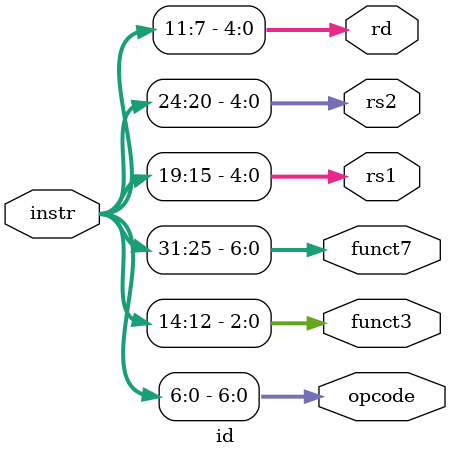
<source format=v>
`timescale 1ns / 1ps


module id(
    input[31:0] instr,
    output[6:0] opcode,
    output[2:0] funct3,
    output[6:0] funct7,
    output[4:0] rs1,
    output[4:0] rs2,
    output[4:0] rd
    );
    assign opcode = instr[6:0];
    assign rs1 = instr[19:15];
    assign rs2 = instr[24:20];
    assign rd = instr[11:7];
    assign funct3 = instr[14:12];
    assign funct7 = instr[31:25];
endmodule

</source>
